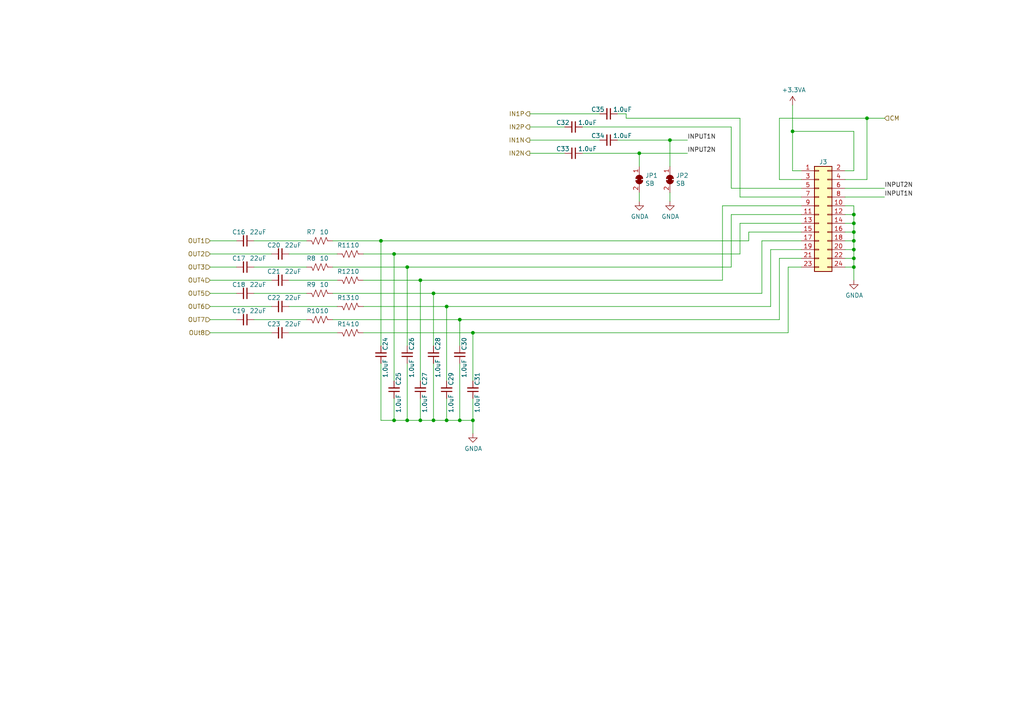
<source format=kicad_sch>
(kicad_sch (version 20211123) (generator eeschema)
  (paper "A4")
  (title_block (title "8x2 Tsunami Pi HAT") (date "11/16/2021") (rev "v0.10") (company "Robertsonics"))
  (lib_symbols
    (symbol "Connector_Generic:Conn_02x12_Odd_Even" (pin_names (offset 1.016) hide)
      (property "Reference" "J" (at 1.27 15.24 0))
      (property "Value" "Conn_02x12_Odd_Even" (at 1.27 -17.78 0))
      (symbol "Conn_02x12_Odd_Even_1_1"
        (rectangle (start -1.27 -15.113) (end 0 -15.367) (stroke (width 0.1524)))
        (rectangle (start -1.27 -12.573) (end 0 -12.827) (stroke (width 0.1524)))
        (rectangle (start -1.27 -10.033) (end 0 -10.287) (stroke (width 0.1524)))
        (rectangle (start -1.27 -7.493) (end 0 -7.747) (stroke (width 0.1524)))
        (rectangle (start -1.27 -4.953) (end 0 -5.207) (stroke (width 0.1524)))
        (rectangle (start -1.27 -2.413) (end 0 -2.667) (stroke (width 0.1524)))
        (rectangle (start -1.27 0.127) (end 0 -0.127) (stroke (width 0.1524)))
        (rectangle (start -1.27 2.667) (end 0 2.413) (stroke (width 0.1524)))
        (rectangle (start -1.27 5.207) (end 0 4.953) (stroke (width 0.1524)))
        (rectangle (start -1.27 7.747) (end 0 7.493) (stroke (width 0.1524)))
        (rectangle (start -1.27 10.287) (end 0 10.033) (stroke (width 0.1524)))
        (rectangle (start -1.27 12.827) (end 0 12.573) (stroke (width 0.1524)))
        (rectangle (start -1.27 13.97) (end 3.81 -16.51) (stroke (width 0.254)) (fill (type background)))
        (rectangle (start 3.81 -15.113) (end 2.54 -15.367) (stroke (width 0.1524)))
        (rectangle (start 3.81 -12.573) (end 2.54 -12.827) (stroke (width 0.1524)))
        (rectangle (start 3.81 -10.033) (end 2.54 -10.287) (stroke (width 0.1524)))
        (rectangle (start 3.81 -7.493) (end 2.54 -7.747) (stroke (width 0.1524)))
        (rectangle (start 3.81 -4.953) (end 2.54 -5.207) (stroke (width 0.1524)))
        (rectangle (start 3.81 -2.413) (end 2.54 -2.667) (stroke (width 0.1524)))
        (rectangle (start 3.81 0.127) (end 2.54 -0.127) (stroke (width 0.1524)))
        (rectangle (start 3.81 2.667) (end 2.54 2.413) (stroke (width 0.1524)))
        (rectangle (start 3.81 5.207) (end 2.54 4.953) (stroke (width 0.1524)))
        (rectangle (start 3.81 7.747) (end 2.54 7.493) (stroke (width 0.1524)))
        (rectangle (start 3.81 10.287) (end 2.54 10.033) (stroke (width 0.1524)))
        (rectangle (start 3.81 12.827) (end 2.54 12.573) (stroke (width 0.1524)))
        (pin passive line (at -5.08 12.7 0) (length 3.81) (name "Pin_1") (number "1"))
        (pin passive line (at 7.62 2.54 180) (length 3.81) (name "Pin_10") (number "10"))
        (pin passive line (at -5.08 0 0) (length 3.81) (name "Pin_11") (number "11"))
        (pin passive line (at 7.62 0 180) (length 3.81) (name "Pin_12") (number "12"))
        (pin passive line (at -5.08 -2.54 0) (length 3.81) (name "Pin_13") (number "13"))
        (pin passive line (at 7.62 -2.54 180) (length 3.81) (name "Pin_14") (number "14"))
        (pin passive line (at -5.08 -5.08 0) (length 3.81) (name "Pin_15") (number "15"))
        (pin passive line (at 7.62 -5.08 180) (length 3.81) (name "Pin_16") (number "16"))
        (pin passive line (at -5.08 -7.62 0) (length 3.81) (name "Pin_17") (number "17"))
        (pin passive line (at 7.62 -7.62 180) (length 3.81) (name "Pin_18") (number "18"))
        (pin passive line (at -5.08 -10.16 0) (length 3.81) (name "Pin_19") (number "19"))
        (pin passive line (at 7.62 12.7 180) (length 3.81) (name "Pin_2") (number "2"))
        (pin passive line (at 7.62 -10.16 180) (length 3.81) (name "Pin_20") (number "20"))
        (pin passive line (at -5.08 -12.7 0) (length 3.81) (name "Pin_21") (number "21"))
        (pin passive line (at 7.62 -12.7 180) (length 3.81) (name "Pin_22") (number "22"))
        (pin passive line (at -5.08 -15.24 0) (length 3.81) (name "Pin_23") (number "23"))
        (pin passive line (at 7.62 -15.24 180) (length 3.81) (name "Pin_24") (number "24"))
        (pin passive line (at -5.08 10.16 0) (length 3.81) (name "Pin_3") (number "3"))
        (pin passive line (at 7.62 10.16 180) (length 3.81) (name "Pin_4") (number "4"))
        (pin passive line (at -5.08 7.62 0) (length 3.81) (name "Pin_5") (number "5"))
        (pin passive line (at 7.62 7.62 180) (length 3.81) (name "Pin_6") (number "6"))
        (pin passive line (at -5.08 5.08 0) (length 3.81) (name "Pin_7") (number "7"))
        (pin passive line (at 7.62 5.08 180) (length 3.81) (name "Pin_8") (number "8"))
        (pin passive line (at -5.08 2.54 0) (length 3.81) (name "Pin_9") (number "9"))
      )
    )
    (symbol "Device:C_Small" (pin_numbers hide) (pin_names (offset 0.254) hide)
      (property "Reference" "C" (at 0.254 1.778 0))
      (property "Value" "C_Small" (at 0.254 -2.032 0))
      (symbol "C_Small_0_1"
        (polyline (pts (xy -1.524 -0.508) (xy 1.524 -0.508)) (stroke (width 0.3302)))
        (polyline (pts (xy -1.524 0.508) (xy 1.524 0.508)) (stroke (width 0.3048)))
      )
      (symbol "C_Small_1_1"
        (pin passive line (at 0 2.54 270) (length 2.032) (name "~") (number "1"))
        (pin passive line (at 0 -2.54 90) (length 2.032) (name "~") (number "2"))
      )
    )
    (symbol "Device:R_US" (pin_numbers hide) (pin_names (offset 0))
      (property "Reference" "R" (at 2.54 0 90))
      (property "Value" "R_US" (at -2.54 0 90))
      (symbol "R_US_0_1"
        (polyline (pts (xy 0 -2.286) (xy 0 -2.54)))
        (polyline (pts (xy 0 2.286) (xy 0 2.54)))
        (polyline (pts (xy 0 -0.762) (xy 1.016 -1.143) (xy 0 -1.524) (xy -1.016 -1.905) (xy 0 -2.286)))
        (polyline (pts (xy 0 0.762) (xy 1.016 0.381) (xy 0 0) (xy -1.016 -0.381) (xy 0 -0.762)))
        (polyline (pts (xy 0 2.286) (xy 1.016 1.905) (xy 0 1.524) (xy -1.016 1.143) (xy 0 0.762)))
      )
      (symbol "R_US_1_1"
        (pin passive line (at 0 3.81 270) (length 1.27) (name "~") (number "1"))
        (pin passive line (at 0 -3.81 90) (length 1.27) (name "~") (number "2"))
      )
    )
    (symbol "Jumper:SolderJumper_2_Bridged" (pin_names (offset 0) hide)
      (property "Reference" "JP" (at 0 2.032 0))
      (property "Value" "SolderJumper_2_Bridged" (at 0 -2.54 0))
      (symbol "SolderJumper_2_Bridged_0_1"
        (rectangle (start -0.508 0.508) (end 0.508 -0.508) (fill (type outline)))
        (arc (start -0.254 1.016) (mid -1.27 0) (end -0.254 -1.016))
        (arc (start -0.254 1.016) (mid -1.27 0) (end -0.254 -1.016) (fill (type outline)))
        (polyline (pts (xy -0.254 1.016) (xy -0.254 -1.016)))
        (polyline (pts (xy 0.254 1.016) (xy 0.254 -1.016)))
        (arc (start 0.254 -1.016) (mid 1.27 0) (end 0.254 1.016))
        (arc (start 0.254 -1.016) (mid 1.27 0) (end 0.254 1.016) (fill (type outline)))
      )
      (symbol "SolderJumper_2_Bridged_1_1"
        (pin passive line (at -3.81 0 0) (length 2.54) (name "A") (number "1"))
        (pin passive line (at 3.81 0 180) (length 2.54) (name "B") (number "2"))
      )
    )
    (symbol "power:+3.3VA" (power) (pin_names (offset 0))
      (property "Value" "+3.3VA" (at 0 3.556 0))
      (symbol "+3.3VA_0_1"
        (polyline (pts (xy -0.762 1.27) (xy 0 2.54)))
        (polyline (pts (xy 0 0) (xy 0 2.54)))
        (polyline (pts (xy 0 2.54) (xy 0.762 1.27)))
      )
      (symbol "+3.3VA_1_1"
        (pin power_in line (at 0 0 90) (length 0) hide (name "+3.3VA") (number "1"))
      )
    )
    (symbol "power:GNDA" (power) (pin_names (offset 0))
      (property "Value" "GNDA" (at 0 -3.81 0))
      (symbol "GNDA_0_1"
        (polyline (pts (xy 0 0) (xy 0 -1.27) (xy 1.27 -1.27) (xy 0 -2.54) (xy -1.27 -1.27) (xy 0 -1.27)))
      )
      (symbol "GNDA_1_1"
        (pin power_in line (at 0 0 270) (length 0) hide (name "GNDA") (number "1"))
      )
    )
  )
  (junction (at 247.65 74.93))
  (junction (at 247.65 77.47))
  (junction (at 114.3 73.66))
  (junction (at 121.92 121.92))
  (junction (at 133.35 121.92))
  (junction (at 114.3 121.92))
  (junction (at 247.65 72.39))
  (junction (at 110.49 69.85))
  (junction (at 133.35 92.71))
  (junction (at 185.42 44.45))
  (junction (at 137.16 96.52))
  (junction (at 118.11 121.92))
  (junction (at 118.11 77.47))
  (junction (at 125.73 121.92))
  (junction (at 121.92 81.28))
  (junction (at 129.54 88.9))
  (junction (at 125.73 85.09))
  (junction (at 247.65 67.31))
  (junction (at 129.54 121.92))
  (junction (at 137.16 121.92))
  (junction (at 251.46 34.29))
  (junction (at 247.65 69.85))
  (junction (at 247.65 62.23))
  (junction (at 229.87 38.1))
  (junction (at 194.31 40.64))
  (junction (at 247.65 64.77))
  (wire (pts (xy 212.09 62.23) (xy 232.41 62.23)))
  (wire (pts (xy 251.46 52.07) (xy 245.11 52.07)))
  (wire (pts (xy 245.11 54.61) (xy 256.54 54.61)))
  (wire (pts (xy 212.09 54.61) (xy 232.41 54.61)))
  (wire (pts (xy 114.3 121.92) (xy 118.11 121.92)))
  (wire (pts (xy 118.11 100.33) (xy 118.11 77.47)))
  (wire (pts (xy 185.42 48.26) (xy 185.42 44.45)))
  (wire (pts (xy 226.06 52.07) (xy 226.06 34.29)))
  (wire (pts (xy 118.11 77.47) (xy 212.09 77.47)))
  (wire (pts (xy 185.42 58.42) (xy 185.42 55.88)))
  (wire (pts (xy 185.42 44.45) (xy 199.39 44.45)))
  (wire (pts (xy 194.31 58.42) (xy 194.31 55.88)))
  (wire (pts (xy 121.92 81.28) (xy 209.55 81.28)))
  (wire (pts (xy 217.17 69.85) (xy 217.17 67.31)))
  (wire (pts (xy 247.65 69.85) (xy 247.65 72.39)))
  (wire (pts (xy 245.11 59.69) (xy 247.65 59.69)))
  (wire (pts (xy 137.16 96.52) (xy 228.6 96.52)))
  (wire (pts (xy 247.65 67.31) (xy 247.65 69.85)))
  (wire (pts (xy 125.73 100.33) (xy 125.73 85.09)))
  (wire (pts (xy 137.16 115.57) (xy 137.16 121.92)))
  (wire (pts (xy 153.67 40.64) (xy 173.99 40.64)))
  (wire (pts (xy 247.65 38.1) (xy 229.87 38.1)))
  (wire (pts (xy 153.67 44.45) (xy 163.83 44.45)))
  (wire (pts (xy 105.41 96.52) (xy 137.16 96.52)))
  (wire (pts (xy 83.82 81.28) (xy 97.79 81.28)))
  (wire (pts (xy 245.11 64.77) (xy 247.65 64.77)))
  (wire (pts (xy 226.06 74.93) (xy 232.41 74.93)))
  (wire (pts (xy 137.16 125.73) (xy 137.16 121.92)))
  (wire (pts (xy 220.98 85.09) (xy 220.98 69.85)))
  (wire (pts (xy 133.35 100.33) (xy 133.35 92.71)))
  (wire (pts (xy 83.82 88.9) (xy 97.79 88.9)))
  (wire (pts (xy 96.52 77.47) (xy 118.11 77.47)))
  (wire (pts (xy 245.11 57.15) (xy 256.54 57.15)))
  (wire (pts (xy 181.61 34.29) (xy 181.61 33.02)))
  (wire (pts (xy 105.41 81.28) (xy 121.92 81.28)))
  (wire (pts (xy 110.49 69.85) (xy 217.17 69.85)))
  (wire (pts (xy 118.11 105.41) (xy 118.11 121.92)))
  (wire (pts (xy 247.65 62.23) (xy 247.65 64.77)))
  (wire (pts (xy 245.11 74.93) (xy 247.65 74.93)))
  (wire (pts (xy 245.11 67.31) (xy 247.65 67.31)))
  (wire (pts (xy 214.63 64.77) (xy 232.41 64.77)))
  (wire (pts (xy 226.06 52.07) (xy 232.41 52.07)))
  (wire (pts (xy 137.16 121.92) (xy 133.35 121.92)))
  (wire (pts (xy 247.65 64.77) (xy 247.65 67.31)))
  (wire (pts (xy 214.63 57.15) (xy 232.41 57.15)))
  (wire (pts (xy 73.66 85.09) (xy 88.9 85.09)))
  (wire (pts (xy 129.54 121.92) (xy 125.73 121.92)))
  (wire (pts (xy 73.66 77.47) (xy 88.9 77.47)))
  (wire (pts (xy 229.87 38.1) (xy 229.87 49.53)))
  (wire (pts (xy 121.92 115.57) (xy 121.92 121.92)))
  (wire (pts (xy 228.6 96.52) (xy 228.6 77.47)))
  (wire (pts (xy 245.11 62.23) (xy 247.65 62.23)))
  (wire (pts (xy 247.65 59.69) (xy 247.65 62.23)))
  (wire (pts (xy 245.11 72.39) (xy 247.65 72.39)))
  (wire (pts (xy 78.74 88.9) (xy 60.96 88.9)))
  (wire (pts (xy 212.09 36.83) (xy 212.09 54.61)))
  (wire (pts (xy 247.65 72.39) (xy 247.65 74.93)))
  (wire (pts (xy 68.58 85.09) (xy 60.96 85.09)))
  (wire (pts (xy 214.63 34.29) (xy 214.63 57.15)))
  (wire (pts (xy 110.49 121.92) (xy 114.3 121.92)))
  (wire (pts (xy 251.46 34.29) (xy 256.54 34.29)))
  (wire (pts (xy 68.58 77.47) (xy 60.96 77.47)))
  (wire (pts (xy 105.41 73.66) (xy 114.3 73.66)))
  (wire (pts (xy 114.3 115.57) (xy 114.3 121.92)))
  (wire (pts (xy 105.41 88.9) (xy 129.54 88.9)))
  (wire (pts (xy 217.17 67.31) (xy 232.41 67.31)))
  (wire (pts (xy 179.07 40.64) (xy 194.31 40.64)))
  (wire (pts (xy 247.65 77.47) (xy 247.65 81.28)))
  (wire (pts (xy 129.54 110.49) (xy 129.54 88.9)))
  (wire (pts (xy 110.49 105.41) (xy 110.49 121.92)))
  (wire (pts (xy 251.46 52.07) (xy 251.46 34.29)))
  (wire (pts (xy 137.16 110.49) (xy 137.16 96.52)))
  (wire (pts (xy 133.35 92.71) (xy 226.06 92.71)))
  (wire (pts (xy 133.35 121.92) (xy 129.54 121.92)))
  (wire (pts (xy 173.99 33.02) (xy 153.67 33.02)))
  (wire (pts (xy 220.98 69.85) (xy 232.41 69.85)))
  (wire (pts (xy 163.83 36.83) (xy 153.67 36.83)))
  (wire (pts (xy 223.52 72.39) (xy 232.41 72.39)))
  (wire (pts (xy 133.35 105.41) (xy 133.35 121.92)))
  (wire (pts (xy 121.92 121.92) (xy 125.73 121.92)))
  (wire (pts (xy 194.31 48.26) (xy 194.31 40.64)))
  (wire (pts (xy 68.58 92.71) (xy 60.96 92.71)))
  (wire (pts (xy 83.82 73.66) (xy 97.79 73.66)))
  (wire (pts (xy 181.61 34.29) (xy 214.63 34.29)))
  (wire (pts (xy 168.91 44.45) (xy 185.42 44.45)))
  (wire (pts (xy 212.09 77.47) (xy 212.09 62.23)))
  (wire (pts (xy 245.11 69.85) (xy 247.65 69.85)))
  (wire (pts (xy 232.41 49.53) (xy 229.87 49.53)))
  (wire (pts (xy 73.66 92.71) (xy 88.9 92.71)))
  (wire (pts (xy 223.52 88.9) (xy 223.52 72.39)))
  (wire (pts (xy 226.06 34.29) (xy 251.46 34.29)))
  (wire (pts (xy 78.74 81.28) (xy 60.96 81.28)))
  (wire (pts (xy 247.65 49.53) (xy 245.11 49.53)))
  (wire (pts (xy 125.73 85.09) (xy 220.98 85.09)))
  (wire (pts (xy 78.74 96.52) (xy 60.96 96.52)))
  (wire (pts (xy 194.31 40.64) (xy 199.39 40.64)))
  (wire (pts (xy 229.87 30.48) (xy 229.87 38.1)))
  (wire (pts (xy 96.52 92.71) (xy 133.35 92.71)))
  (wire (pts (xy 226.06 92.71) (xy 226.06 74.93)))
  (wire (pts (xy 96.52 85.09) (xy 125.73 85.09)))
  (wire (pts (xy 129.54 115.57) (xy 129.54 121.92)))
  (wire (pts (xy 121.92 110.49) (xy 121.92 81.28)))
  (wire (pts (xy 214.63 73.66) (xy 214.63 64.77)))
  (wire (pts (xy 114.3 110.49) (xy 114.3 73.66)))
  (wire (pts (xy 125.73 105.41) (xy 125.73 121.92)))
  (wire (pts (xy 247.65 74.93) (xy 247.65 77.47)))
  (wire (pts (xy 118.11 121.92) (xy 121.92 121.92)))
  (wire (pts (xy 73.66 69.85) (xy 88.9 69.85)))
  (wire (pts (xy 247.65 49.53) (xy 247.65 38.1)))
  (wire (pts (xy 181.61 33.02) (xy 179.07 33.02)))
  (wire (pts (xy 83.82 96.52) (xy 97.79 96.52)))
  (wire (pts (xy 129.54 88.9) (xy 223.52 88.9)))
  (wire (pts (xy 114.3 73.66) (xy 214.63 73.66)))
  (wire (pts (xy 228.6 77.47) (xy 232.41 77.47)))
  (wire (pts (xy 245.11 77.47) (xy 247.65 77.47)))
  (wire (pts (xy 168.91 36.83) (xy 212.09 36.83)))
  (wire (pts (xy 78.74 73.66) (xy 60.96 73.66)))
  (wire (pts (xy 209.55 59.69) (xy 232.41 59.69)))
  (wire (pts (xy 209.55 81.28) (xy 209.55 59.69)))
  (wire (pts (xy 60.96 69.85) (xy 68.58 69.85)))
  (wire (pts (xy 96.52 69.85) (xy 110.49 69.85)))
  (wire (pts (xy 110.49 100.33) (xy 110.49 69.85)))
  (label "INPUT2N" (at 199.39 44.45 0))
  (label "INPUT2N" (at 256.54 54.61 0))
  (label "INPUT1N" (at 256.54 57.15 0))
  (label "INPUT1N" (at 199.39 40.64 0))
  (hierarchical_label "IN2N" (shape output) (at 153.67 44.45 180))
  (hierarchical_label "IN2P" (shape output) (at 153.67 36.83 180))
  (hierarchical_label "OUT2" (shape input) (at 60.96 73.66 180))
  (hierarchical_label "OUT3" (shape input) (at 60.96 77.47 180))
  (hierarchical_label "CM" (shape input) (at 256.54 34.29 0))
  (hierarchical_label "IN1N" (shape output) (at 153.67 40.64 180))
  (hierarchical_label "OUT6" (shape input) (at 60.96 88.9 180))
  (hierarchical_label "OUt8" (shape input) (at 60.96 96.52 180))
  (hierarchical_label "OUT4" (shape input) (at 60.96 81.28 180))
  (hierarchical_label "OUT1" (shape input) (at 60.96 69.85 180))
  (hierarchical_label "OUT5" (shape input) (at 60.96 85.09 180))
  (hierarchical_label "IN1P" (shape output) (at 153.67 33.02 180))
  (hierarchical_label "OUT7" (shape input) (at 60.96 92.71 180))
  (symbol (lib_id "Connector_Generic:Conn_02x12_Odd_Even") (at 237.49 62.23 0)
    (property "Reference" "J3" (at 238.76 46.99 0))
    (property "Value" "Conn_02x12_Odd_Even" (effects hide))
    (property "Footprint" "Connector_PinHeader_2.54mm:PinHeader_2x12_P2.54mm_Vertical" (effects hide))
  )
  (symbol (lib_id "power:GNDA") (at 247.65 81.28 0)
    (property "Reference" "#PWR024" (effects hide))
    (property "Value" "GNDA" (at 247.777 85.6742 0))
  )
  (symbol (lib_id "Device:C_Small") (at 71.12 69.85 270)
    (property "Reference" "C16" (at 67.31 67.31 90) (effects (justify left)))
    (property "Value" "22uF" (at 72.39 67.31 90) (effects (justify left)))
    (property "Footprint" "Capacitor_SMD:C_0805_2012Metric" (effects hide))
  )
  (symbol (lib_id "Device:C_Small") (at 81.28 73.66 270)
    (property "Reference" "C20" (at 77.47 71.12 90) (effects (justify left)))
    (property "Value" "22uF" (at 82.55 71.12 90) (effects (justify left)))
    (property "Footprint" "Capacitor_SMD:C_0805_2012Metric" (effects hide))
  )
  (symbol (lib_id "Device:C_Small") (at 71.12 77.47 270)
    (property "Reference" "C17" (at 67.31 74.93 90) (effects (justify left)))
    (property "Value" "22uF" (at 72.39 74.93 90) (effects (justify left)))
    (property "Footprint" "Capacitor_SMD:C_0805_2012Metric" (effects hide))
  )
  (symbol (lib_id "Device:C_Small") (at 81.28 81.28 270)
    (property "Reference" "C21" (at 77.47 78.74 90) (effects (justify left)))
    (property "Value" "22uF" (at 82.55 78.74 90) (effects (justify left)))
    (property "Footprint" "Capacitor_SMD:C_0805_2012Metric" (effects hide))
  )
  (symbol (lib_id "Device:C_Small") (at 71.12 85.09 270)
    (property "Reference" "C18" (at 67.31 82.55 90) (effects (justify left)))
    (property "Value" "22uF" (at 72.39 82.55 90) (effects (justify left)))
    (property "Footprint" "Capacitor_SMD:C_0805_2012Metric" (effects hide))
  )
  (symbol (lib_id "Device:C_Small") (at 81.28 88.9 270)
    (property "Reference" "C22" (at 77.47 86.36 90) (effects (justify left)))
    (property "Value" "22uF" (at 82.55 86.36 90) (effects (justify left)))
    (property "Footprint" "Capacitor_SMD:C_0805_2012Metric" (effects hide))
  )
  (symbol (lib_id "Device:C_Small") (at 71.12 92.71 270)
    (property "Reference" "C19" (at 67.31 90.17 90) (effects (justify left)))
    (property "Value" "22uF" (at 72.39 90.17 90) (effects (justify left)))
    (property "Footprint" "Capacitor_SMD:C_0805_2012Metric" (effects hide))
  )
  (symbol (lib_id "Device:C_Small") (at 81.28 96.52 270)
    (property "Reference" "C23" (at 77.47 93.98 90) (effects (justify left)))
    (property "Value" "22uF" (at 82.55 93.98 90) (effects (justify left)))
    (property "Footprint" "Capacitor_SMD:C_0805_2012Metric" (effects hide))
  )
  (symbol (lib_id "Device:R_US") (at 92.71 92.71 270) (mirror x)
    (property "Reference" "R10" (at 88.9 90.17 90) (effects (justify left)))
    (property "Value" "10" (at 92.71 90.17 90) (effects (justify left)))
    (property "Footprint" "Resistor_SMD:R_0603_1608Metric" (effects hide))
  )
  (symbol (lib_id "Device:R_US") (at 101.6 88.9 270) (mirror x)
    (property "Reference" "R13" (at 97.79 86.36 90) (effects (justify left)))
    (property "Value" "10" (at 101.6 86.36 90) (effects (justify left)))
    (property "Footprint" "Resistor_SMD:R_0603_1608Metric" (effects hide))
  )
  (symbol (lib_id "Device:R_US") (at 92.71 85.09 270) (mirror x)
    (property "Reference" "R9" (at 88.9 82.55 90) (effects (justify left)))
    (property "Value" "10" (at 92.71 82.55 90) (effects (justify left)))
    (property "Footprint" "Resistor_SMD:R_0603_1608Metric" (effects hide))
  )
  (symbol (lib_id "Device:R_US") (at 101.6 96.52 270) (mirror x)
    (property "Reference" "R14" (at 97.79 93.98 90) (effects (justify left)))
    (property "Value" "10" (at 101.6 93.98 90) (effects (justify left)))
    (property "Footprint" "Resistor_SMD:R_0603_1608Metric" (effects hide))
  )
  (symbol (lib_id "Device:R_US") (at 92.71 77.47 270) (mirror x)
    (property "Reference" "R8" (at 88.9 74.93 90) (effects (justify left)))
    (property "Value" "10" (at 92.71 74.93 90) (effects (justify left)))
    (property "Footprint" "Resistor_SMD:R_0603_1608Metric" (effects hide))
  )
  (symbol (lib_id "Device:R_US") (at 101.6 73.66 270) (mirror x)
    (property "Reference" "R11" (at 97.79 71.12 90) (effects (justify left)))
    (property "Value" "10" (at 101.6 71.12 90) (effects (justify left)))
    (property "Footprint" "Resistor_SMD:R_0603_1608Metric" (effects hide))
  )
  (symbol (lib_id "Device:R_US") (at 92.71 69.85 270) (mirror x)
    (property "Reference" "R7" (at 88.9 67.31 90) (effects (justify left)))
    (property "Value" "10" (at 92.71 67.31 90) (effects (justify left)))
    (property "Footprint" "Resistor_SMD:R_0603_1608Metric" (effects hide))
  )
  (symbol (lib_id "Device:R_US") (at 101.6 81.28 270) (mirror x)
    (property "Reference" "R12" (at 97.79 78.74 90) (effects (justify left)))
    (property "Value" "10" (at 101.6 78.74 90) (effects (justify left)))
    (property "Footprint" "Resistor_SMD:R_0603_1608Metric" (effects hide))
  )
  (symbol (lib_id "power:GNDA") (at 137.16 125.73 0)
    (property "Reference" "#PWR020" (effects hide))
    (property "Value" "GNDA" (at 137.287 130.1242 0))
  )
  (symbol (lib_id "power:GNDA") (at 185.42 58.42 0)
    (property "Reference" "#PWR021" (effects hide))
    (property "Value" "GNDA" (at 185.547 62.8142 0))
  )
  (symbol (lib_id "power:GNDA") (at 194.31 58.42 0)
    (property "Reference" "#PWR022" (effects hide))
    (property "Value" "GNDA" (at 194.437 62.8142 0))
  )
  (symbol (lib_id "power:+3.3VA") (at 229.87 30.48 0)
    (property "Reference" "#PWR023" (effects hide))
    (property "Value" "+3.3VA" (at 230.251 26.0858 0))
  )
  (symbol (lib_id "Device:C_Small") (at 176.53 33.02 270)
    (property "Reference" "C35" (at 171.45 31.75 90) (effects (justify left)))
    (property "Value" "1.0uF" (at 177.8 31.75 90) (effects (justify left)))
    (property "Footprint" "Capacitor_SMD:C_0603_1608Metric" (effects hide))
  )
  (symbol (lib_id "Device:C_Small") (at 166.37 36.83 270)
    (property "Reference" "C32" (at 161.29 35.56 90) (effects (justify left)))
    (property "Value" "1.0uF" (at 167.64 35.56 90) (effects (justify left)))
    (property "Footprint" "Capacitor_SMD:C_0603_1608Metric" (effects hide))
  )
  (symbol (lib_id "Device:C_Small") (at 166.37 44.45 270)
    (property "Reference" "C33" (at 161.29 43.18 90) (effects (justify left)))
    (property "Value" "1.0uF" (at 167.64 43.18 90) (effects (justify left)))
    (property "Footprint" "Capacitor_SMD:C_0603_1608Metric" (effects hide))
  )
  (symbol (lib_id "Device:C_Small") (at 110.49 102.87 180)
    (property "Reference" "C24" (at 111.76 97.79 90) (effects (justify left)))
    (property "Value" "1.0uF" (at 111.76 104.14 90) (effects (justify left)))
    (property "Footprint" "Capacitor_SMD:C_0603_1608Metric" (effects hide))
  )
  (symbol (lib_id "Device:C_Small") (at 114.3 113.03 180)
    (property "Reference" "C25" (at 115.57 107.95 90) (effects (justify left)))
    (property "Value" "1.0uF" (at 115.57 114.3 90) (effects (justify left)))
    (property "Footprint" "Capacitor_SMD:C_0603_1608Metric" (effects hide))
  )
  (symbol (lib_id "Device:C_Small") (at 118.11 102.87 180)
    (property "Reference" "C26" (at 119.38 97.79 90) (effects (justify left)))
    (property "Value" "1.0uF" (at 119.38 104.14 90) (effects (justify left)))
    (property "Footprint" "Capacitor_SMD:C_0603_1608Metric" (effects hide))
  )
  (symbol (lib_id "Device:C_Small") (at 121.92 113.03 180)
    (property "Reference" "C27" (at 123.19 107.95 90) (effects (justify left)))
    (property "Value" "1.0uF" (at 123.19 114.3 90) (effects (justify left)))
    (property "Footprint" "Capacitor_SMD:C_0603_1608Metric" (effects hide))
  )
  (symbol (lib_id "Device:C_Small") (at 125.73 102.87 180)
    (property "Reference" "C28" (at 127 97.79 90) (effects (justify left)))
    (property "Value" "1.0uF" (at 127 104.14 90) (effects (justify left)))
    (property "Footprint" "Capacitor_SMD:C_0603_1608Metric" (effects hide))
  )
  (symbol (lib_id "Device:C_Small") (at 129.54 113.03 180)
    (property "Reference" "C29" (at 130.81 107.95 90) (effects (justify left)))
    (property "Value" "1.0uF" (at 130.81 114.3 90) (effects (justify left)))
    (property "Footprint" "Capacitor_SMD:C_0603_1608Metric" (effects hide))
  )
  (symbol (lib_id "Device:C_Small") (at 133.35 102.87 180)
    (property "Reference" "C30" (at 134.62 97.79 90) (effects (justify left)))
    (property "Value" "1.0uF" (at 134.62 104.14 90) (effects (justify left)))
    (property "Footprint" "Capacitor_SMD:C_0603_1608Metric" (effects hide))
  )
  (symbol (lib_id "Device:C_Small") (at 137.16 113.03 180)
    (property "Reference" "C31" (at 138.43 107.95 90) (effects (justify left)))
    (property "Value" "1.0uF" (at 138.43 114.3 90) (effects (justify left)))
    (property "Footprint" "Capacitor_SMD:C_0603_1608Metric" (effects hide))
  )
  (symbol (lib_id "Jumper:SolderJumper_2_Bridged") (at 185.42 52.07 270) (unit 1)
    (property "Reference" "JP1" (at 187.1472 50.9016 90) (effects (justify left)))
    (property "Value" "SB" (at 187.1472 53.213 90) (effects (justify left)))
    (property "Footprint" "Jumper:SolderJumper-2_P1.3mm_Bridged_RoundedPad1.0x1.5mm" (effects hide))
  )
  (symbol (lib_id "Jumper:SolderJumper_2_Bridged") (at 194.31 52.07 270) (unit 1)
    (property "Reference" "JP2" (at 196.0372 50.9016 90) (effects (justify left)))
    (property "Value" "SB" (at 196.0372 53.213 90) (effects (justify left)))
    (property "Footprint" "Jumper:SolderJumper-2_P1.3mm_Bridged_RoundedPad1.0x1.5mm" (effects hide))
  )
  (symbol (lib_id "Device:C_Small") (at 176.53 40.64 270)
    (property "Reference" "C34" (at 171.45 39.37 90) (effects (justify left)))
    (property "Value" "1.0uF" (at 177.8 39.37 90) (effects (justify left)))
    (property "Footprint" "Capacitor_SMD:C_0603_1608Metric" (effects hide))
  )
)
</source>
